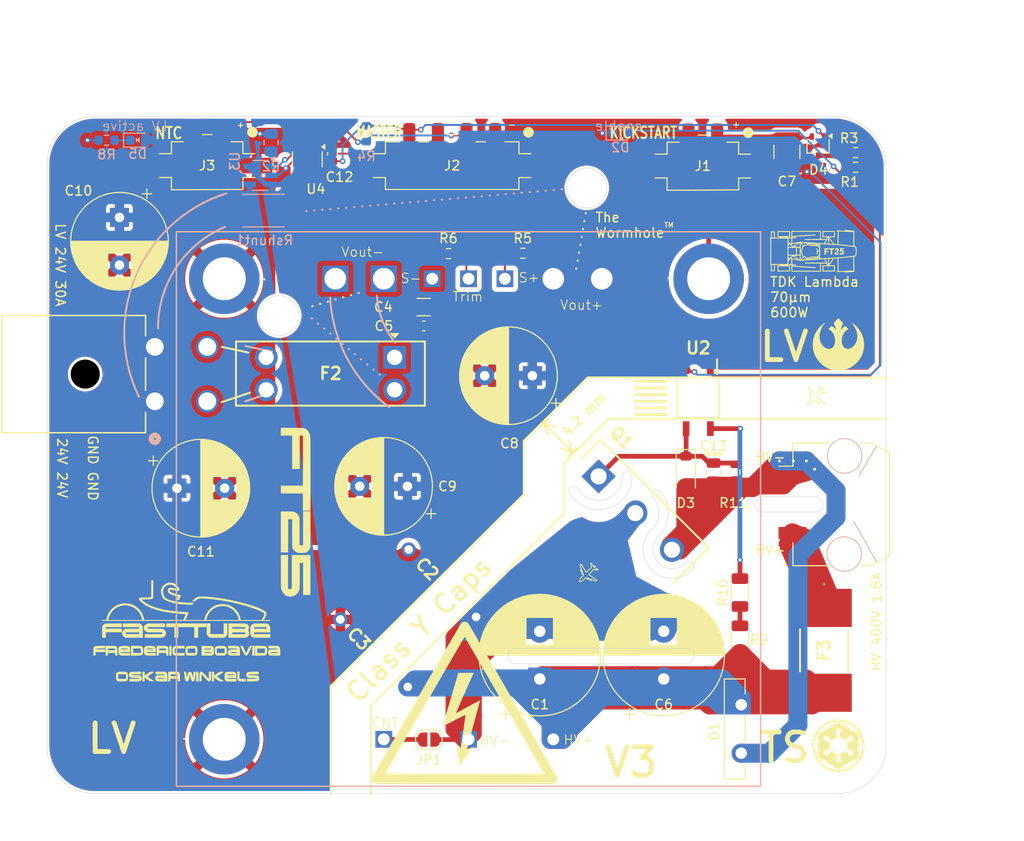
<source format=kicad_pcb>
(kicad_pcb
	(version 20241229)
	(generator "pcbnew")
	(generator_version "9.0")
	(general
		(thickness 1.67)
		(legacy_teardrops no)
	)
	(paper "A4")
	(layers
		(0 "F.Cu" mixed)
		(2 "B.Cu" mixed)
		(9 "F.Adhes" user "F.Adhesive")
		(11 "B.Adhes" user "B.Adhesive")
		(13 "F.Paste" user)
		(15 "B.Paste" user)
		(5 "F.SilkS" user "F.Silkscreen")
		(7 "B.SilkS" user "B.Silkscreen")
		(1 "F.Mask" user)
		(3 "B.Mask" user)
		(17 "Dwgs.User" user "User.Drawings")
		(19 "Cmts.User" user "User.Comments")
		(21 "Eco1.User" user "User.Eco1")
		(23 "Eco2.User" user "User.Eco2")
		(25 "Edge.Cuts" user)
		(27 "Margin" user)
		(31 "F.CrtYd" user "F.Courtyard")
		(29 "B.CrtYd" user "B.Courtyard")
		(35 "F.Fab" user)
		(33 "B.Fab" user)
		(39 "User.1" user)
		(41 "User.2" user)
		(43 "User.3" user)
		(45 "User.4" user)
		(47 "User.5" user)
		(49 "User.6" user)
		(51 "User.7" user)
		(53 "User.8" user)
		(55 "User.9" user)
	)
	(setup
		(stackup
			(layer "F.SilkS"
				(type "Top Silk Screen")
			)
			(layer "F.Paste"
				(type "Top Solder Paste")
			)
			(layer "F.Mask"
				(type "Top Solder Mask")
				(thickness 0.01)
			)
			(layer "F.Cu"
				(type "copper")
				(thickness 0.07)
			)
			(layer "dielectric 1"
				(type "core")
				(thickness 1.51)
				(material "FR4")
				(epsilon_r 4.5)
				(loss_tangent 0.02)
			)
			(layer "B.Cu"
				(type "copper")
				(thickness 0.07)
			)
			(layer "B.Mask"
				(type "Bottom Solder Mask")
				(thickness 0.01)
			)
			(layer "B.Paste"
				(type "Bottom Solder Paste")
			)
			(layer "B.SilkS"
				(type "Bottom Silk Screen")
			)
			(copper_finish "None")
			(dielectric_constraints no)
		)
		(pad_to_mask_clearance 0)
		(allow_soldermask_bridges_in_footprints no)
		(tenting front back)
		(grid_origin 154.6 131.4)
		(pcbplotparams
			(layerselection 0x00000000_00000000_55555555_5755f5ff)
			(plot_on_all_layers_selection 0x00000000_00000000_00000000_00000000)
			(disableapertmacros no)
			(usegerberextensions no)
			(usegerberattributes yes)
			(usegerberadvancedattributes yes)
			(creategerberjobfile no)
			(dashed_line_dash_ratio 12.000000)
			(dashed_line_gap_ratio 3.000000)
			(svgprecision 4)
			(plotframeref no)
			(mode 1)
			(useauxorigin yes)
			(hpglpennumber 1)
			(hpglpenspeed 20)
			(hpglpendiameter 15.000000)
			(pdf_front_fp_property_popups yes)
			(pdf_back_fp_property_popups yes)
			(pdf_metadata yes)
			(pdf_single_document no)
			(dxfpolygonmode yes)
			(dxfimperialunits yes)
			(dxfusepcbnewfont yes)
			(psnegative no)
			(psa4output no)
			(plot_black_and_white yes)
			(plotinvisibletext no)
			(sketchpadsonfab no)
			(plotpadnumbers no)
			(hidednponfab no)
			(sketchdnponfab yes)
			(crossoutdnponfab yes)
			(subtractmaskfromsilk yes)
			(outputformat 1)
			(mirror no)
			(drillshape 0)
			(scaleselection 1)
			(outputdirectory "gerber/")
		)
	)
	(net 0 "")
	(net 1 "/-VIN")
	(net 2 "GND")
	(net 3 "Net-(D4-Pad3)")
	(net 4 "/+VIN")
	(net 5 "+3V3")
	(net 6 "/LV+")
	(net 7 "/3V_buttoncell")
	(net 8 "/TEMP_TSDCDC")
	(net 9 "/HV-in")
	(net 10 "/LV_I_measure")
	(net 11 "/I_meas_weak")
	(net 12 "Net-(U1-+S)")
	(net 13 "Net-(D2-A)")
	(net 14 "Net-(D5-K)")
	(net 15 "/Vout+")
	(net 16 "Net-(R3-Pad2)")
	(net 17 "Net-(U1-TRM)")
	(net 18 "/HV+in")
	(net 19 "/Enable_G")
	(net 20 "/Enable_Opto")
	(net 21 "Net-(JP1-A)")
	(net 22 "Net-(R10-Pad1)")
	(net 23 "/Vout-")
	(footprint "Capacitor_SMD:C_1210_3225Metric" (layer "F.Cu") (at 177.6 64.721001 -90))
	(footprint "Resistor_SMD:R_0603_1608Metric" (layer "F.Cu") (at 184.8 64.8))
	(footprint "footprints:airplane" (layer "F.Cu") (at 156.66 108.97 135))
	(footprint "Capacitor_SMD:C_0805_2012Metric" (layer "F.Cu") (at 169.91 98.309999 -90))
	(footprint "footprints:VY1471M29Y5UC63V0" (layer "F.Cu") (at 130.766058 113.762876 -45))
	(footprint "footprints:rebellion" (layer "F.Cu") (at 183 84.9))
	(footprint "FaSTTUBe_connectors:Micro_Mate-N-Lok_2p_vertical" (layer "F.Cu") (at 168.783 66.21))
	(footprint "Capacitor_THT:CP_Radial_D12.5mm_P5.00mm" (layer "F.Cu") (at 151.679369 120.000968 90))
	(footprint "Capacitor_THT:CP_Radial_D10.0mm_P5.00mm" (layer "F.Cu") (at 107.6 71.6 -90))
	(footprint "footprints:9775031360R" (layer "F.Cu") (at 118.59 78.03 180))
	(footprint "LOGO"
		(layer "F.Cu")
		(uuid "36ea3436-548e-4414-bac1-a7348850c228")
		(at 180.33 75.14)
		(property "Reference" "G***"
			(at 0 0 0)
			(layer "F.SilkS")
			(hide yes)
			(uuid "f973503b-fa37-47d9-b20f-d30676bb0e6c")
			(effects
				(font
					(size 1.5 1.5)
					(thickness 0.3)
				)
			)
		)
		(property "Value" "LOGO"
			(at 0.75 0 0)
			(layer "F.SilkS")
			(hide yes)
			(uuid "6387be7f-2b16-465c-8f89-140f5aa812b4")
			(effects
				(font
					(size 1.5 1.5)
					(thickness 0.3)
				)
			)
		)
		(property "Datasheet" ""
			(at 0 0 0)
			(layer "F.Fab")
			(hide yes)
			(uuid "41393a24-4ba8-4af2-84c5-5556a5cd9241")
			(effects
				(font
					(size 1.27 1.27)
					(thickness 0.15)
				)
			)
		)
		(property "Description" ""
			(at 0 0 0)
			(layer "F.Fab")
			(hide yes)
			(uuid "47d9374d-4d87-4be0-875b-3451ee135b5f")
			(effects
				(font
					(size 1.27 1.27)
					(thickness 0.15)
				)
			)
		)
		(attr board_only exclude_from_pos_files exclude_from_bom)
		(fp_poly
			(pts
				(xy 2.210106 -0.240934) (xy 2.210106 -0.176067) (xy 2.115122 -0.176067) (xy 2.020138 -0.176067)
				(xy 2.020138 0.088034) (xy 2.020138 0.352134) (xy 1.948322 0.352134) (xy 1.876505 0.352134) (xy 1.876505 0.088034)
				(xy 1.876505 -0.176067) (xy 1.781521 -0.176067) (xy 1.686538 -0.176067) (xy 1.686538 -0.240935)
				(xy 1.686537 -0.305801) (xy 1.948322 -0.305801) (xy 2.210106 -0.305801)
			)
			(stroke
				(width 0)
				(type solid)
			)
			(fill yes)
			(layer "F.SilkS")
			(uuid "7df8e5e8-4ee8-444f-be4a-2fc6df64b466")
		)
		(fp_poly
			(pts
				(xy 1.644837 -0.238617) (xy 1.644837 -0.171435) (xy 1.49657 -0.171434) (xy 1.348303 -0.171434) (xy 1.348303 -0.10425)
				(xy 1.348303 -0.037067) (xy 1.484987 -0.037067) (xy 1.621671 -0.037067) (xy 1.621671 0.030116) (xy 1.621671 0.0973)
				(xy 1.484987 0.0973) (xy 1.348303 0.0973) (xy 1.348303 0.224717) (xy 1.348303 0.352134) (xy 1.27417 0.352134)
				(xy 1.200036 0.352134) (xy 1.200036 0.023167) (xy 1.200037 -0.305801) (xy 1.422437 -0.305801) (xy 1.644836 -0.305801)
			)
			(stroke
				(width 0)
				(type solid)
			)
			(fill yes)
			(layer "F.SilkS")
			(uuid "79488fa3-17fb-4e16-b5f3-2b64540a352f")
		)
		(fp_poly
			(pts
				(xy 2.532179 -0.312678) (xy 2.576155 -0.304473) (xy 2.614922 -0.2894) (xy 2.648 -0.267744) (xy 2.67491 -0.239793)
				(xy 2.695172 -0.205832) (xy 2.704208 -0.181813) (xy 2.708716 -0.159076) (xy 2.7108 -0.130942) (xy 2.71048 -0.100955)
				(xy 2.707773 -0.072656) (xy 2.703574 -0.052464) (xy 2.698715 -0.037255) (xy 2.692926 -0.02316) (xy 2.685517 -0.009402)
				(xy 2.675798 0.004797) (xy 2.663078 0.020215) (xy 2.646666 0.037632) (xy 2.625872 0.057823) (xy 2.600005 0.081568)
				(xy 2.568374 0.109644) (xy 2.53029 0.142829) (xy 2.529931 0.14314) (xy 2.430439 0.229351) (xy 2.575106 0.230575)
				(xy 2.719774 0.231799) (xy 2.719774 0.291967) (xy 2.719774 0.352134) (xy 2.490308 0.352134) (xy 2.260843 0.352134)
				(xy 2.262116 0.277056) (xy 2.263389 0.201979) (xy 2.356056 0.119177) (xy 2.402943 0.077122) (xy 2.443117 0.04073)
				(xy 2.476929 0.009665) (xy 2.504727 -0.016408) (xy 2.526863 -0.037827) (xy 2.543685 -0.054929) (xy 2.555544 -0.06805)
				(xy 2.562789 -0.077524) (xy 2.565176 -0.081851) (xy 2.5716 -0.10729) (xy 2.569746 -0.130812) (xy 2.56056 -0.15134)
				(xy 2.544994 -0.167801) (xy 2.523994 -0.179121) (xy 2.49851 -0.184225) (xy 2.475724 -0.18314) (xy 2.452963 -0.175273)
				(xy 2.433454 -0.159912) (xy 2.418912 -0.1387) (xy 2.413064 -0.123046) (xy 2.407173 -0.101018) (xy 2.367714 -0.103927)
				(xy 2.344598 -0.10571) (xy 2.320508 -0.107692) (xy 2.30031 -0.109471) (xy 2.298702 -0.109622) (xy 2.269145 -0.112408)
				(xy 2.272093 -0.14061) (xy 2.280459 -0.177948) (xy 2.296913 -0.213524) (xy 2.320278 -0.245457) (xy 2.349375 -0.271863)
				(xy 2.357833 -0.277654) (xy 2.388158 -0.29404) (xy 2.420755 -0.305158) (xy 2.458064 -0.31171) (xy 2.483473 -0.313727)
			)
			(stroke
				(width 0)
				(type solid)
			)
			(fill yes)
			(layer "F.SilkS")
			(uuid "c06ae400-d6b0-4739-b2a0-6d35249e5efc")
		)
		(fp_poly
			(pts
				(xy 3.243342 -0.245567) (xy 3.243342 -0.185334) (xy 3.111291 -0.185334) (xy 2.979241 -0.185333)
				(xy 2.979241 -0.135525) (xy 2.979241 -0.085718) (xy 3.035999 -0.085703) (xy 3.075658 -0.084189)
				(xy 3.108746 -0.079239) (xy 3.137528 -0.070212) (xy 3.16427 -0.05647) (xy 3.181956 -0.044466) (xy 3.203555 -0.026318)
				(xy 3.221029 -0.006004) (xy 3.236416 0.019128) (xy 3.246178 0.039116) (xy 3.254238 0.063529) (xy 3.259574 0.09369)
				(xy 3.261941 0.126422) (xy 3.261098 0.158544) (xy 3.257324 0.184609) (xy 3.244399 0.223685) (xy 3.224208 0.260227)
				(xy 3.198098 0.292412) (xy 3.167418 0.318418) (xy 3.150847 0.328502) (xy 3.111135 0.345164) (xy 3.066727 0.356095)
				(xy 3.020478 0.360938) (xy 2.975243 0.359334) (xy 2.945754 0.354196) (xy 2.903627 0.339619) (xy 2.867264 0.317857)
				(xy 2.836999 0.289211) (xy 2.813163 0.253981) (xy 2.79881 0.220868) (xy 2.79432 0.207035) (xy 2.791744 0.197519)
				(xy 2.791552 0.194601) (xy 2.796444 0.193609) (xy 2.808775 0.190877) (xy 2.826961 0.186759) (xy 2.849416 0.181613)
				(xy 2.863407 0.178384) (xy 2.887539 0.172819) (xy 2.908262 0.168078) (xy 2.924002 0.164518) (xy 2.933186 0.162495)
				(xy 2.934883 0.162167) (xy 2.937199 0.166065) (xy 2.941475 0.175947) (xy 2.943919 0.182163) (xy 2.957618 0.206359)
				(xy 2.976856 0.224378) (xy 2.999977 0.235881) (xy 3.025322 0.240528) (xy 3.051235 0.23798) (xy 3.076057 0.227898)
				(xy 3.095075 0.213134) (xy 3.111612 0.190456) (xy 3.120769 0.164235) (xy 3.12262 0.136431) (xy 3.117245 0.108995)
				(xy 3.10472 0.083886) (xy 3.089275 0.066498) (xy 3.070671 0.05315) (xy 3.049056 0.043822) (xy 3.022749 0.038071)
				(xy 2.990066 0.035457) (xy 2.969974 0.03519) (xy 2.940708 0.035905) (xy 2.915232 0.038169) (xy 2.889963 0.042519)
				(xy 2.861313 0.04949) (xy 2.845988 0.053732) (xy 2.835519 0.056704) (xy 2.838042 -0.086323) (xy 2.838768 -0.123978)
				(xy 2.83959 -0.160526) (xy 2.840463 -0.194417) (xy 2.841344 -0.224098) (xy 2.842188 -0.248021) (xy 2.842954 -0.264633)
				(xy 2.843135 -0.267576) (xy 2.845706 -0.305801) (xy 3.044525 -0.305801) (xy 3.243342 -0.305801)
			)
			(stroke
				(width 0)
				(type solid)
			)
			(fill yes)
			(layer "F.SilkS")
			(uuid "5a963cb9-9510-4127-9f96-127e7c222fca")
		)
		(fp_poly
			(pts
				(xy 3.38727 -2.232811) (xy 3.40086 -2.231479) (xy 3.422092 -2.229358) (xy 3.450178 -2.22653) (xy 3.484329 -2.223073)
				(xy 3.523759 -2.219069) (xy 3.567678 -2.214599) (xy 3.615297 -2.209743) (xy 3.66583 -2.204582) (xy 3.718489 -2.199197)
				(xy 3.772484 -2.193667) (xy 3.827029 -2.188075) (xy 3.881335 -2.182501) (xy 3.934614 -2.177024)
				(xy 3.986077 -2.171727) (xy 4.034939 -2.166689) (xy 4.080407 -2.161992) (xy 4.121698 -2.157716)
				(xy 4.158021 -2.153941) (xy 4.188587 -2.150748) (xy 4.200017 -2.149547) (xy 4.234253 -2.145885)
				(xy 4.265408 -2.142435) (xy 4.292316 -2.139335) (xy 4.31381 -2.136726) (xy 4.328722 -2.134745) (xy 4.335885 -2.133532)
				(xy 4.336334 -2.133359) (xy 4.336533 -2.128574) (xy 4.336655 -2.115023) (xy 4.336705 -2.093209)
				(xy 4.336684 -2.063633) (xy 4.336595 -2.026795) (xy 4.33644 -1.983198) (xy 4.336223 -1.933343) (xy 4.335944 -1.877731)
				(xy 4.335608 -1.816864) (xy 4.335216 -1.751243) (xy 4.33477 -1.681369) (xy 4.334273 -1.607743) (xy 4.333728 -1.530869)
				(xy 4.333136 -1.451244) (xy 4.332871 -1.416624) (xy 4.332241 -1.334602) (xy 4.331634 -1.254271)
				(xy 4.33105 -1.176204) (xy 4.330496 -1.10097) (xy 4.329976 -1.029142) (xy 4.329492 -0.961291) (xy 4.329052 -0.897987)
				(xy 4.328655 -0.839801) (xy 4.328308 -0.787305) (xy 4.328013 -0.741071) (xy 4.327776 -0.701668)
				(xy 4.327599 -0.669669) (xy 4.327487 -0.645643) (xy 4.327444 -0.630164) (xy 4.327444 -0.627586)
				(xy 4.327545 -0.55322) (xy 4.37377 -0.54809) (xy 4.419996 -0.542959) (xy 4.484971 -0.483626) (xy 4.505281 -0.464833)
				(xy 4.522986 -0.44798) (xy 4.537024 -0.434118) (xy 4.546333 -0.424295) (xy 4.54985 -0.419562) (xy 4.549855 -0.419489)
				(xy 4.550293 -0.414027) (xy 4.551582 -0.400285) (xy 4.55363 -0.379199) (xy 4.556344 -0.351708) (xy 4.55963 -0.31875)
				(xy 4.563396 -0.281261) (xy 4.567548 -0.240179) (xy 4.571355 -0.202709) (xy 4.592945 0.009267) (xy 4.571355 0.221242)
				(xy 4.566945 0.264663) (xy 4.562841 0.305296) (xy 4.559137 0.342206) (xy 4.555926 0.374453) (xy 4.553301 0.401102)
				(xy 4.551353 0.421213) (xy 4.550178 0.433849) (xy 4.549855 0.438022) (xy 4.546612 0.442512) (xy 4.537531 0.452137)
				(xy 4.523674 0.465847) (xy 4.506105 0.482593) (xy 4.485885 0.501324) (xy 4.484971 0.50216) (xy 4.419997 0.561493)
				(xy 4.373769 0.566623) (xy 4.327545 0.571753) (xy 4.327444 0.646119) (xy 4.327469 0.65926) (xy 4.327563 0.681097)
				(xy 4.327723 0.711058) (xy 4.327945 0.748571) (xy 4.328225 0.793067) (xy 4.328559 0.843974) (xy 4.328943 0.90072)
				(xy 4.329373 0.962734) (xy 4.329846 1.029446) (xy 4.330356 1.100286) (xy 4.330901 1.17468) (xy 4.331477 1.252059)
				(xy 4.332079 1.33185) (xy 4.332704 1.413485) (xy 4.332871 1.435157) (xy 4.333481 1.5158) (xy 4.334047 1.593906)
				(xy 4.334564 1.668978) (xy 4.335032 1.740512) (xy 4.335447 1.808006) (xy 4.335808 1.870958) (xy 4.336111 1.928869)
				(xy 4.336355 1.981237) (xy 4.336537 2.02756) (xy 4.336653 2.067337) (xy 4.336704 2.100067) (xy 4.336685 2.125248)
				(xy 4.336594 2.142379) (xy 4.336429 2.150958) (xy 4.336335 2.151893) (xy 4.331377 2.152884) (xy 4.318367 2.15468)
				(xy 4.298472 2.157138) (xy 4.272859 2.160123) (xy 4.242694 2.163495) (xy 4.209148 2.167117) (xy 4.200017 2.168082)
				(xy 4.172233 2.170992) (xy 4.138346 2.174521) (xy 4.099146 2.178586) (xy 4.055419 2.183108) (xy 4.007954 2.188005)
				(xy 3.957539 2.193199) (xy 3.904962 2.198607) (xy 3.851011 2.204148) (xy 3.796475 2.209742) (xy 3.742141 2.215309)
				(xy 3.688796 2.220768) (xy 3.63723 2.226037) (xy 3.588231 2.231037) (xy 3.542586 2.235687) (xy 3.501083 2.239906)
				(xy 3.464512 2.243614) (xy 3.433658 2.246729) (xy 3.409312 2.249172) (xy 3.39226 2.250859) (xy 3.383291 2.251715)
				(xy 3.382109 2.251806) (xy 3.380255 2.247528) (xy 3.378178 2.23608) (xy 3.376217 2.219545) (xy 3.37545 2.210835)
				(xy 3.3736 2.191763) (xy 3.371439 2.175942) (xy 3.369333 2.165869) (xy 3.368582 2.163999) (xy 3.368194 2.163123)
				(xy 3.367841 2.162336) (xy 3.367055 2.161657) (xy 3.365358 2.161104) (xy 3.362276 2.160697) (xy 3.357337 2.160453)
				(xy 3.350069 2.160392) (xy 3.339994 2.160532) (xy 3.32664 2.16089) (xy 3.309536 2.161487) (xy 3.288204 2.162341)
				(xy 3.26217 2.16347) (xy 3.230964 2.164892) (xy 3.19411 2.166627) (xy 3.151135 2.168692) (xy 3.101565 2.171107)
				(xy 3.044926 2.17389) (xy 2.980744 2.177059) (xy 2.908545 2.180634) (xy 2.827857 2.184632) (xy 2.773776 2.187311)
				(xy 2.723126 2.189773) (xy 2.675244 2.19201) (xy 2.630927 2.19399) (xy 2.590972 2.195683) (xy 2.556177 2.197057)
				(xy 2.52734 2.198081) (xy 2.505257 2.198724) (xy 2.490727 2.198954) (xy 2.484548 2.198738) (xy 2.484397 2.198675)
				(xy 2.482972 2.193086) (xy 2.4815 2.180449) (xy 2.480208 2.162975) (xy 2.479683 2.152716) (xy 2.477796 2.109587)
				(xy 2.502643 2.106603) (xy 2.520245 2.105084) (xy 2.542271 2.103995) (xy 2.563398 2.103579) (xy 2.599307 2.103539)
				(xy 2.599205 2.03983) (xy 2.599136 2.026958) (xy 2.59896 2.005475) (xy 2.598682 1.976034) (xy 2.598313 1.939289)
				(xy 2.597857 1.895895) (xy 2.597323 1.846507) (xy 2.596718 1.791777) (xy 2.596049 1.732363) (xy 2.595323 1.668916)
				(xy 2.594547 1.602089) (xy 2.593729 1.53254) (xy 2.592876 1.460921) (xy 2.592357 1.417804) (xy 2.591488 1.345622)
				(xy 2.590651 1.275356) (xy 2.589851 1.207638) (xy 2.589097 1.143098) (xy 2.588395 1.08237) (xy 2.587752 1.026085)
				(xy 2.587175 0.974875) (xy 2.586672 0.929372) (xy 2.58625 0.890208) (xy 2.585916 0.858015) (xy 2.585677 0.833425)
				(xy 2.585539 0.817069) (xy 2.585508 0.811266) (xy 2.585407 0.763045) (xy 2.477681 0.76615) (xy 2.420738 0.767807)
				(xy 2.372367 0.769264) (xy 2.331872 0.770562) (xy 2.298559 0.771745) (xy 2.271738 0.772854) (xy 2.250712 0.773931)
				(xy 2.234789 0.775018) (xy 2.223275 0.776158) (xy 2.215478 0.777392) (xy 2.210703 0.778764) (xy 2.208257 0.780313)
				(xy 2.207447 0.782084) (xy 2.207419 0.782564) (xy 2.204733 0.787317) (xy 2.196946 0.798996) (xy 2.184444 0.817061)
				(xy 2.167617 0.84097) (xy 2.146849 0.870183) (xy 2.122527 0.90416) (xy 2.09504 0.94236) (xy 2.064773 0.984242)
				(xy 2.032115 1.029266) (xy 1.99745 1.07689) (xy 1.961168 1.126575) (xy 1.960005 1.128165) (xy 1.923623 1.177986)
				(xy 1.888809 1.225823) (xy 1.855956 1.271128) (xy 1.825453 1.313354) (xy 1.797694 1.351955) (xy 1.773068 1.386383)
				(xy 1.751966 1.416092) (xy 1.734781 1.440534) (xy 1.721903 1.459162) (xy 1.713724 1.47143) (xy 1.710635 1.47679)
				(xy 1.710627 1.476824) (xy 1.708624 1.487304) (xy 2.003382 1.487304) (xy 2.298139 1.487304) (xy 2.298144 1.583446)
				(xy 2.298213 1.608384) (xy 2.298406 1.641116) (xy 2.29871 1.680174) (xy 2.299111 1.724089) (xy 2.299595 1.771389)
				(xy 2.300147 1.820606) (xy 2.300755 1.870268) (xy 2.301218 1.905463) (xy 2.304286 2.131339) (xy 1.647305 2.131339)
				(xy 0.990323 2.131339) (xy 0.993195 2.113964) (xy 0.993689 2.106417) (xy 0.994158 2.090423) (xy 0.994594 2.066805)
				(xy 0.99496 2.038672) (xy 1.08875 2.038672) (xy 1.647111 2.038672) (xy 2.205472 2.038672) (xy 2.205472 1.809321)
				(xy 2.205472 1.579971) (xy 1.656421 1.579199) (xy 1.585739 1.579096) (xy 1.517565 1.578991) (xy 1.452484 1.578885)
				(xy 1.391074 1.578779) (xy 1.333918 1.578675) (xy 1.281595 1.578571) (xy 1.234689 1.578472) (xy 1.193778 1.578378)
				(xy 1.159447 1.57829) (xy 1.132272 1.578209) (xy 1.112838 1.578137) (xy 1.101725 1.578074) (xy 1.099261 1.57804)
				(xy 1.097423 1.578408) (xy 1.095875 1.580202) (xy 1.094589 1.584173) (xy 1.093535 1.591074) (xy 1.092682 1.601656)
				(xy 1.091999 1.61667) (xy 1.091456 1.636869) (xy 1.091023 1.663004) (xy 1.090669 1.695827) (xy 1.090364 1.736087)
				(xy 1.090077 1.784539) (xy 1.089951 1.808163) (xy 1.08875 2.038672) (xy 0.99496 2.038672) (xy 0.99499 2.036382)
				(xy 0.995338 1.999975) (xy 0.995631 1.958404) (xy 0.995862 1.912492) (xy 0.996024 1.863057) (xy 0.996108 1.810921)
				(xy 0.996118 1.78963) (xy 0.996169 1.482671) (xy 1.242123 1.482671) (xy 1.291787 1.482595) (xy 1.337431 1.482378)
				(xy 1.378334 1.48203) (xy 1.413769 1.481564) (xy 1.443013 1.480992) (xy 1.465339 1.480327) (xy 1.480024 1.47958)
				(xy 1.486341 1.478764) (xy 1.486531 1.478558) (xy 1.484152 1.47334) (xy 1.478357 1.461039) (xy 1.469747 1.442919)
				(xy 1.458926 1.420247) (xy 1.446495 1.394288) (xy 1.441011 1.382862) (xy 1.397037 1.291279) (xy 1.283478 1.294298)
				(xy 1.249685 1.295057) (xy 1.208904 1.295746) (xy 1.163413 1.296342) (xy 1.11549 1.296818) (xy 1.067413 1.297151)
				(xy 1.021462 1.297314) (xy 1.006594 1.297327) (xy 0.843269 1.297337) (xy 0.843269 1.721288) (xy 0.843269 2.145239)
				(xy -0.708148 2.145239) (xy -2.259563 2.145239) (xy -2.262634 1.935978) (xy -2.263315 1.886185)
				(xy -2.263944 1.833688) (xy -2.264503 1.780411) (xy -2.264976 1.728276) (xy -2.265345 1.679207)
				(xy -2.265592 1.635127) (xy -2.265702 1.59796) (xy -2.265706 1.590794) (xy -2.265739 1.55167) (xy -2.265876 1.520834)
				(xy -2.266173 1.497306) (xy -2.266692 1.480108) (xy -2.26749 1.46826) (xy -2.268626 1.460783) (xy -2.270157 1.456697)
				(xy -2.272141 1.455025) (xy -2.273814 1.454766) (xy -2.280294 1.454537) (xy -2.294854 1.453935)
				(xy -2.316319 1.453013) (xy -2.343512 1.451821) (xy -2.37526 1.450411) (xy -2.410382 1.448834) (xy -2.43019 1.447939)
				(xy -2.468142 1.446262) (xy -2.504686 1.44473) (xy -2.538371 1.443397) (xy -2.567745 1.442318) (xy -2.591357 1.441547)
				(xy -2.607758 1.441142) (xy -2.612049 1.441093) (xy -2.64564 1.44097) (xy -2.64564 1.468771) (xy -2.645639 1.496571)
				(xy -2.525331 1.496571) (xy -2.405021 1.496571) (xy -2.403705 1.805846) (xy -2.403515 1.858546)
				(xy -2.403401 1.908502) (xy -2.40336 1.954946) (xy -2.40339 1.997109) (xy -2.403489 2.034222) (xy -2.403653 2.065515)
				(xy -2.403881 2.090221) (xy -2.404171 2.107569) (xy -2.404518 2.116791) (xy -2.404706 2.118106)
				(xy -2.409529 2.11848) (xy -2.423095 2.118886) (xy -2.44488 2.119321) (xy -2.474362 2.119778) (xy -2.511016 2.120253)
				(xy -2.554319 2.12074) (xy -2.603749 2.121235) (xy -2.658781 2.121732) (xy -2.718891 2.122227) (xy -2.783558 2.122715)
				(xy -2.852257 2.12319) (xy -2.924462 2.123648) (xy -2.999654 2.124083) (xy -3.0638 2.124423) (xy -3.720577 2.127757)
				(xy -3.720577 1.81448) (xy -3.720577 1.593871) (xy -3.62791 1.593871) (xy -3.62791 1.814711) (xy -3.62791 2.03555)
				(xy -3.411698 2.032478) (xy -3.369215 2.031948) (xy -3.31891 2.031448) (xy -3.262228 2.030984) (xy -3.200615 2.030565)
				(xy -3.135516 2.030198) (xy -3.068375 2.029891) (xy -3.000637 2.029653) (xy -2.933749 2.02949) (xy -2.869154 2.029412)
				(xy -2.846385 2.029405) (xy -2.497283 2.029405) (xy -2.498486 1.81048) (xy -2.49969 1.591554) (xy -2.537915 1.591676)
				(xy -2.547579 1.591701) (xy -2.565869 1.591743) (xy -2.592146 1.591801) (xy -2.62577 1.591872) (xy -2.666099 1.591957)
				(xy -2.712496 1.592053) (xy -2.764319 1.592159) (xy -2.820929 1.592274) (xy -2.881685 1.592396)
				(xy -2.945948 1.592525) (xy -3.013077 1.592659) (xy -3.082432 1.592796) (xy -3.102025 1.592834)
				(xy -3.62791 1.593871) (xy -3.720577 1.593871) (xy -3.720577 1.501204) (xy -3.654551 1.501183) (xy -3.624666 1.500936)
				(xy -3.592334 1.500279) (xy -3.561481 1.499312) (xy -3.536401 1.498158) (xy -3.484276 1.495155)
				(xy -3.484276 1.468063) (xy -3.484276 1.44097) (xy -3.740716 1.44097) (xy -3.997156 1.44097) (xy -4.000524 1.764101)
				(xy -4.001097 1.817922) (xy -4.001663 1.868962) (xy -4.002214 1.916476) (xy -4.002738 1.959718)
				(xy -4.003227 1.997942) (xy -4.00367 2.030405) (xy -4.004058 2.056359) (xy -4.004382 2.07506) (xy -4.004631 2.085762)
				(xy -4.004755 2.088096) (xy -4.009616 2.088576) (xy -4.02259 2.089168) (xy -4.042528 2.089847) (xy -4.068278 2.090589)
				(xy -4.098689 2.091373) (xy -4.132609 2.092176) (xy -4.168888 2.092974) (xy -4.206373 2.093745)
				(xy -4.243913 2.094466) (xy -4.28036 2.095114) (xy -4.314559 2.095667) (xy -4.34536 2.096101) (xy -4.371612 2.096393)
				(xy -4.392163 2.096521) (xy -4.405862 2.096463) (xy -4.411559 2.096194) (xy -4.41163 2.096166) (xy -4.412287 2.091243)
				(xy -4.412909 2.077802) (xy -4.413489 2.056593) (xy -4.414016 2.028365) (xy -4.414482 1.993867)
				(xy -4.414878 1.953848) (xy -4.415193 1.909058) (xy -4.415422 1.860246) (xy -4.415551 1.808161)
				(xy -4.415578 1.769665) (xy -4.415578 1.445919) (xy -4.322912 1.44592) (xy -4.322911 1.632667) (xy -4.32283 1.677998)
				(xy -4.322597 1.724363) (xy -4.322233 1.770035) (xy -4.321755 1.813286) (xy -4.321184 1.852391)
				(xy -4.320538 1.885623) (xy -4.319861 1.910511) (xy -4.31681 2.001605) (xy -4.27237 2.001588) (xy -4.250095 2.001348)
				(xy -4.222113 2.000707) (xy -4.191967 1.999762) (xy -4.163205 1.99861) (xy -4.162654 1.998585) (xy -4.09738 1.995599)
				(xy -4.094329 1.722449) (xy -4.093807 1.672987) (xy -4.093375 1.626306) (xy -4.093037 1.583227)
				(xy -4.092796 1.544568) (xy -4.092653 1.51115) (xy -4.092615 1.483793) (xy -4.092685 1.463316) (xy -4.092866 1.450539)
				(xy -4.09313 1.446294) (xy -4.09808 1.445515) (xy -4.111021 1.444917) (xy -4.130668 1.444519) (xy -4.155749 1.444338)
				(xy -4.184984 1.444394) (xy -4.208947 1.444604) (xy -4.322912 1.44592) (xy -4.415578 1.445919) (xy -4.415578 1.445604)
				(xy -4.44609 1.445604) (xy -4.476601 1.445603) (xy -4.472918 1.340195) (xy -4.472551 1.32484) (xy -4.472203 1.300703)
				(xy -4.471875 1.268271) (xy -4.471567 1.22803) (xy -4.471279 1.180464) (xy -4.47101 1.126058) (xy -4.470761 1.065302)
				(xy -4.470532 0.998677) (xy -4.470323 0.92667) (xy -4.470132 0.849767) (xy -4.469964 0.768454) (xy -4.469814 0.683216)
				(xy -4.469683 0.594538) (xy -4.469572 0.502907) (xy -4.469482 0.408808) (xy -4.469412 0.312726)
				(xy -4.469361 0.215146) (xy -4.469329 0.116557) (xy -4.469318 0.017441) (xy -4.469319 0.009267)
				(xy -4.376195 0.009267) (xy -4.376195 1.348304) (xy -3.921735 1.348303) (xy -3.84542 1.348265) (xy -3.763054 1.348156)
				(xy -3.676284 1.347978) (xy -3.586755 1.34774) (xy -3.496112 1.347448) (xy -3.4755 1.34737) (xy -2.566874 1.347369)
				(xy -2.510115 1.350271) (xy -2.485398 1.351507) (xy -2.454562 1.353009) (xy -2.420743 1.354622)
				(xy -2.387079 1.356201) (xy -2.369956 1.35699) (xy -2.342439 1.358262) (xy -2.317591 1.359435) (xy -2.297116 1.360426)
				(xy -2.28272 1.361153) (xy -2.27648 1.361507) (xy -2.266404 1.362204) (xy -2.268995 1.099261) (xy -2.269489 1.050816)
				(xy -2.269988 1.005216) (xy -2.270479 0.963292) (xy -2.270952 0.925869) (xy -2.271395 0.893779)
				(xy -2.271407 0.893007) (xy -2.176597 0.893007) (xy -2.176496 0.920555) (xy -2.176287 0.953996)
				(xy -2.175973 0.992488) (xy -2.175561 1.035186) (xy -2.175055 1.081248) (xy -2.174701 1.110891)
				(xy -2.17154 1.365972) (xy -2.129432 1.368977) (xy -2.067771 1.373609) (xy -2.010185 1.378392) (xy -1.957281 1.383255)
				(xy -1.909674 1.388125) (xy -1.867971 1.39293) (xy -1.832783 1.397595) (xy -1.80472 1.40205) (xy -1.784393 1.406223)
				(xy -1.772412 1.410037) (xy -1.769774 1.411753) (xy -1.769529 1.417538) (xy -1.771735 1.42998) (xy -1.775956 1.446925)
				(xy -1.778921 1.457187) (xy -1.785239 1.477077) (xy -1.790133 1.489488) (xy -1.794401 1.495928)
				(xy -1.798845 1.497914) (xy -1.800426 1.497857) (xy -1.808153 1.49683) (xy -1.823059 1.494741) (xy -1.843149 1.491874)
				(xy -1.866434 1.488511) (xy -1.871871 1.48772) (xy -1.897523 1.484335) (xy -1.929466 1.480654) (xy -1.964746 1.476986)
				(xy -2.000406 1.473642) (xy -2.027089 1.471419) (xy -2.057452 1.46905) (xy -2.086497 1.466764) (xy -2.112259 1.464717)
				(xy -2.132778 1.463064) (xy -2.146087 1.461962) (xy -2.146397 1.461935) (xy -2.173039 1.459646)
				(xy -2.173039 1.489692) (xy -2.172691 1.506113) (xy -2.171285 1.515262) (xy -2.168279 1.519122)
				(xy -2.164797 1.519737) (xy -2.158723 1.520031) (xy -2.144281 1.520874) (xy -2.12235 1.522213) (xy -2.093809 1.52399)
				(xy -2.059538 1.526152) (xy -2.020415 1.528643) (xy -1.977319 1.531407) (xy -1.93113 1.534389) (xy -1.906488 1.535988)
				(xy -1.854929 1.539338) (xy -1.80268 1.542728) (xy -1.751135 1.546071) (xy -1.701688 1.549275) (xy -1.655732 1.55225)
				(xy -1.614661 1.554907) (xy -1.579869 1.557154) (xy -1.552749 1.558901) (xy -1.549854 1.559087)
				(xy -1.519396 1.561047) (xy -1.481663 1.56348) (xy -1.438624 1.566258) (xy -1.392251 1.569254) (xy -1.344516 1.57234)
				(xy -1.297389 1.575391) (xy -1.264903 1.577495) (xy -1.217015 1.580596) (xy -1.16498 1.583963) (xy -1.111213 1.587439)
				(xy -1.058137 1.590868) (xy -1.008165 1.594093) (xy -0.963719 1.596959) (xy -0.942887 1.598301)
				(xy -0.897305 1.601236) (xy -0.845716 1.60456) (xy -0.791355 1.608063) (xy -0.737462 1.611537) (xy -0.687275 1.614773)
				(xy -0.655619 1.616816) (xy -0.610848 1.619703) (xy -0.559926 1.622982) (xy -0.505948 1.626455)
				(xy -0.452011 1.629924) (xy -0.401211 1.633186) (xy -0.363718 1.635592) (xy -0.328419 1.637861)
				(xy -0.285555 1.640625) (xy -0.236806 1.643776) (xy -0.183852 1.647202) (xy -0.128376 1.650799)
				(xy -0.072057 1.654455) (xy -0.016577 1.658062) (xy 0.031407 1.661186) (xy 0.078504 1.664246) (xy 0.122931 1.667115)
				(xy 0.163807 1.669738) (xy 0.200251 1.672059) (xy 0.231381 1.674022) (xy 0.256316 1.675572) (xy 0.274174 1.676652)
				(xy 0.284073 1.677206) (xy 0.285714 1.677271) (xy 0.289145 1.678355) (xy 0.291125 1.682707) (xy 0.291847 1.691981)
				(xy 0.291504 1.70783) (xy 0.290854 1.721421) (xy 0.289553 1.740799) (xy 0.287959 1.756543) (xy 0.286321 1.766454)
				(xy 0.285478 1.768637) (xy 0.280651 1.768608) (xy 0.266958 1.768) (xy 0.24478 1.766836) (xy 0.214499 1.765141)
				(xy 0.176497 1.762937) (xy 0.131153 1.76025) (xy 0.078851 1.757101) (xy 0.019972 1.753516) (xy -0.045106 1.749517)
				(xy -0.115998 1.745128) (xy -0.192324 1.740372) (xy -0.273703 1.735274) (xy -0.359753 1.729857)
				(xy -0.450093 1.724144) (xy -0.544342 1.718159) (xy -0.642118 1.711925) (xy -0.743041 1.705468)
				(xy -0.846728 1.698808) (xy -0.944155 1.692531) (xy -1.050013 1.6857) (xy -1.153439 1.679031) (xy -1.254052 1.67255)
				(xy -1.351472 1.666279) (xy -1.445319 1.660243) (xy -1.535212 1.654466) (xy -1.620772 1.648974)
				(xy -1.701618 1.643789) (xy -1.77737 1.638936) (xy -1.847648 1.634441) (xy -1.912071 1.630326) (xy -1.97026 1.626617)
				(xy -2.021834 1.623337) (xy -2.066412 1.620512) (xy -2.103615 1.618164) (xy -2.133063 1.61632) (xy -2.154375 1.615002)
				(xy -2.167171 1.614236) (xy -2.171095 1.614039) (xy -2.171128 1.618662) (xy -2.171074 1.631645)
				(xy -2.170943 1.652082) (xy -2.170742 1.679067) (xy -2.170476 1.711694) (xy -2.170155 1.749057)
				(xy -2.169782 1.790249) (xy -2.169374 1.833647) (xy -2.167282 2.052572) (xy -0.707684 2.052572)
				(xy 0.751913 2.052572) (xy 0.748501 1.676113) (xy 0.747965 1.617934) (xy 0.747438 1.562492) (xy 0.746927 1.510476)
				(xy 0.746439 1.462575) (xy 0.745982 1.419482) (xy 0.745565 1.381879) (xy 0.745193 1.350461) (xy 0.744876 1.325917)
				(xy 0.74462 1.308934) (xy 0.744433 1.300203) (xy 0.74437 1.299146) (xy 0.739738 1.29906) (xy 0.726314 1.298912)
				(xy 0.704572 1.298707) (xy 0.674985 1.29845) (xy 0.63803 1.298141) (xy 0.594179 1.297786) (xy 0.543907 1.297389)
				(xy 0.487688 1.296953) (xy 0.425996 1.296482) (xy 0.359306 1.295979) (xy 0.288092 1.295448) (xy 0.212828 1.294894)
				(xy 0.133988 1.294318) (xy 0.052047 1.293726) (xy -0.032522 1.293121) (xy -0.050967 1.292989) (xy -0.136082 1.292366)
				(xy -0.218697 1.291727) (xy -0.298338 1.291076) (xy -0.374525 1.29042) (xy -0.446785 1.289762) (xy -0.51464 1.289109)
				(xy -0.577615 1.288467) (xy -0.635234 1.287838) (xy -0.687017 1.287229) (xy -0.732492 1.286647)
				(xy -0.771182 1.286094) (xy -0.80261 1.285578) (xy -0.8263 1.285103) (xy -0.841774 1.284674) (xy -0.848559 1.284296)
				(xy -0.848834 1.284224) (xy -0.849966 1.278521) (xy -0.850313 1.265798) (xy -0.849853 1.248265)
				(xy -0.849272 1.23771) (xy -0.84646 1.194313) (xy -0.241371 1.198332) (xy -0.165921 1.198806) (xy -0.087571 1.199245)
				(xy -0.006827 1.199647) (xy 0.075804 1.200015) (xy 0.159817 1.200345) (xy 0.244705 1.200641) (xy 0.329962 1.2009)
				(xy 0.415083 1.201123) (xy 0.49956 1.201308) (xy 0.582888 1.201456) (xy 0.664561 1.201569) (xy 0.744073 1.201645)
				(xy 0.820918 1.20168) (xy 0.894589 1.201678) (xy 0.964581 1.20164) (xy 1.030387 1.201562) (xy 1.091501 1.201446)
				(xy 1.147417 1.20129) (xy 1.19763 1.201096) (xy 1.241632 1.200862) (xy 1.278919 1.200589) (xy 1.308983 1.200276)
				(xy 1.331319 1.199923) (xy 1.34542 1.19953) (xy 1.35078 1.199096) (xy 1.350806 1.199078) (xy 1.349214 1.19475)
				(xy 1.344123 1.183101) (xy 1.336024 1.165174) (xy 1.325408 1.142014) (xy 1.312764 1.114663) (xy 1.298583 1.084164)
				(xy 1.283355 1.051563) (xy 1.26757 1.0179) (xy 1.251718 0.984222) (xy 1.23629 0.951571) (xy 1.221776 0.920988)
				(xy 1.208665 0.893521) (xy 1.197449 0.87021) (xy 1.188618 0.852101) (xy 1.18266 0.840235) (xy 1.180095 0.835685)
				(xy 1.175226 0.835695) (xy 1.161554 0.836353) (xy 1.139522 0.83763) (xy 1.10957 0.839495) (xy 1.07214 0.84192)
				(xy 1.027672 0.844876) (xy 0.976607 0.848331) (xy 0.919386 0.852257) (xy 0.85645 0.856627) (xy 0.788239 0.861409)
				(xy 0.715194 0.866573) (xy 0.685735 0.868667) (xy 0.663095 0.870269) (xy 0.632355 0.872428) (xy 0.594658 0.875065)
				(xy 0.551149 0.8781) (xy 0.502971 0.881454) (xy 0.451269 0.885047) (xy 0.397186 0.888799) (xy 0.341867 0.89263)
				(xy 0.286456 0.896461) (xy 0.284951 0.896566) (xy 0.176937 0.90403) (xy 0.077696 0.910891) (xy -0.013246 0.917182)
				(xy -0.09636 0.922935) (xy -0.172119 0.928184) (xy -0.240997 0.932962) (xy -0.303464 0.9373) (xy -0.359995 0.941234)
				(xy -0.411061 0.944794) (xy -0.457135 0.948013) (xy -0.49869 0.950924) (xy -0.536198 0.953561) (xy -0.549051 0.954467)
				(xy -0.578891 0.956562) (xy -0.616558 0.95919) (xy -0.660642 0.962254) (xy -0.709728 0.965655) (xy -0.7624 0.969296)
				(xy -0.817245 0.973079) (xy -0.872847 0.976906) (xy -0.927792 0.980679) (xy -0.949836 0.98219) (xy -1.01286 0.986511)
				(xy -1.067275 0.990257) (xy -1.113708 0.993486) (xy -1.152795 0.996259) (xy -1.185167 0.998635)
				(xy -1.211458 1.000672) (xy -1.232301 1.002429) (xy -1.248327 1.003966) (xy -1.26017 1.005342) (xy -1.268462 1.006617)
				(xy -1.273837 1.007848) (xy -1.276926 1.009095) (xy -1.278363 1.010417) (xy -1.27878 1.011874) (xy -1.278804 1.012926)
				(xy -1.282603 1.018344) (xy -1.286912 1.019325) (xy -1.292531 1.018476) (xy -1.306619 1.016012)
				(xy -1.328539 1.012051) (xy -1.357656 1.006711) (xy -1.393335 1.000111) (xy -1.434941 0.992369)
				(xy -1.481838 0.983603) (xy -1.533392 0.973932) (xy -1.588967 0.963474) (xy -1.647926 0.952347)
				(xy -1.709637 0.94067) (xy -1.734781 0.935903) (xy -1.797241 0.924076) (xy -1.857088 0.912784) (xy -1.913699 0.902139)
				(xy -1.953465 0.894691) (xy -1.182718 0.894691) (xy -1.181463 0.896526) (xy -1.178384 0.896375)
				(xy -1.172445 0.895435) (xy -1.157826 0.893191) (xy -1.135011 0.889716) (xy -1.104486 0.885085)
				(xy -1.066734 0.879368) (xy -1.022239 0.87264) (xy -0.971486 0.864975) (xy -0.914959 0.856444) (xy -0.853143 0.847121)
				(xy -0.786521 0.837079) (xy -0.736248 0.829506) (xy 1.283437 0.829506) (xy 1.285371 0.83409) (xy 1.290948 0.846313)
				(xy 1.299823 0.865444) (xy 1.311656 0.890755) (xy 1.326103 0.921518) (xy 1.342822 0.957002) (xy 1.361471 0.99648)
				(xy 1.381708 1.039222) (xy 1.403189 1.0845) (xy 1.404312 1.086863) (xy 1.426648 1.133895) (xy 1.448401 1.179705)
				(xy 1.46914 1.223387) (xy 1.488433 1.264033) (xy 1.50585 1.300734) (xy 1.52096 1.332582) (xy 1.53333 1.358667)
				(xy 1.542531 1.378082) (xy 1.547623 1.388845) (xy 1.556963 1.407744) (xy 1.565324 1.423077) (xy 1.571732 1.433155)
				(xy 1.575015 1.436337) (xy 1.580188 1.435472) (xy 1.580479 1.435179) (xy 1.580745 1.430338) (xy 1.581201 1.417174)
				(xy 1.581825 1.396605) (xy 1.582595 1.369556) (xy 1.58344 1.338627) (xy 1.677952 1.338627) (xy 1.678207 1.349718)
				(xy 1.678783 1.352937) (xy 1.681828 1.348916) (xy 1.689917 1.337994) (xy 1.702623 1.320751) (xy 1.719521 1.297767)
				(xy 1.740185 1.269622) (xy 1.764191 1.236896) (xy 1.791111 1.200169) (xy 1.820521 1.160021) (xy 1.851995 1.117032)
				(xy 1.885108 1.071782) (xy 1.889579 1.065669) (xy 1.9228 1.020219) (xy 1.954356 0.976973) (xy 1.983829 0.936509)
				(xy 2.010802 0.899402) (xy 2.034857 0.866229) (xy 2.055579 0.837567) (xy 2.072549 0.813991) (xy 2.085351 0.796077)
				(xy 2.093565 0.784403) (xy 2.096777 0.779544) (xy 2.096803 0.77944) (xy 2.092053 0.779288) (xy 2.079195 0.779455)
				(xy 2.059383 0.779902) (xy 2.033769 0.780591) (xy 2.003504 0.78148) (xy 1.969743 0.782532) (xy 1.933637 0.783705)
				(xy 1.896338 0.784961) (xy 1.859 0.786261) (xy 1.822775 0.787565) (xy 1.788815 0.788832) (xy 1.758272 0.790024)
				(xy 1.7323 0.791103) (xy 1.712051 0.792025) (xy 1.698677 0.792754) (xy 1.693331 0.79325) (xy 1.693288 0.793274)
				(xy 1.692863 0.798069) (xy 1.692256 0.811168) (xy 1.691498 0.83161) (xy 1.690619 0.858433) (xy 1.68965 0.890677)
				(xy 1.688622 0.92738) (xy 1.687565 0.967583) (xy 1.686964 0.991606) (xy 1.685818 1.037429) (xy 1.684622 1.083742)
				(xy 1.683421 1.128973) (xy 1.682258 1.171551) (xy 1.681174 1.209907) (xy 1.680215 1.242468) (xy 1.67942 1.267665)
				(xy 1.679281 1.271853) (xy 1.678498 1.298287) (xy 1.678052 1.321014) (xy 1.677952 1.338627) (xy 1.58344 1.338627)
				(xy 1.583486 1.336946) (xy 1.584477 1.299698) (xy 1.585544 1.258732) (xy 1.586665 1.214971) (xy 1.587817 1.169336)
				(xy 1.588978 1.122747) (xy 1.590124 1.076128) (xy 1.591233 1.030398) (xy 1.592282 0.98648) (xy 1.593248 0.945295)
				(xy 1.594108 0.907765) (xy 1.594839 0.874811) (xy 1.59542 0.847353) (xy 1.595825 0.826315) (xy 1.596035 0.812617)
				(xy 1.596025 0.807181) (xy 1.596013 0.807129) (xy 1.591202 0.806917) (xy 1.578503 0.807354) (xy 1.559214 0.808346)
				(xy 1.534635 0.809802) (xy 1.506062 0.811628) (xy 1.474798 0.813732) (xy 1.442139 0.816019) (xy 1.409386 0.818398)
				(xy 1.377836 0.820775) (xy 1.348789 0.823057) (xy 1.323544 0.825151) (xy 1.303399 0.826965) (xy 1.289654 0.828405)
				(xy 1.283607 0.829379) (xy 1.283437 0.829506) (xy -0.736248 0.829506) (xy -0.715578 0.826391) (xy -0.714841 0.82628)
				(xy -0.081856 0.82628) (xy -0.08122 0.829034) (xy -0.078767 0.829369) (xy -0.074953 0.827674) (xy -0.075678 0.82628)
				(xy -0.081177 0.825725) (xy -0.081856 0.82628) (xy -0.714841 0.82628) (xy -0.698092 0.823757) (xy -0.055333 0.823758)
				(xy -0.054628 0.823962) (xy -0.053461 0.824142) (xy -0.053284 0.824173) (xy -0.048025 0.823996)
				(xy -0.034245 0.823225) (xy -0.012669 0.821909) (xy 0.01598 0.820095) (xy 0.050977 0.817829) (xy 0.0916 0.81516)
				(xy 0.137123 0.812133) (xy 0.186823 0.808798) (xy 0.239976 0.8052) (xy 0.295858 0.801388) (xy 0.301167 0.801024)
				(xy 0.35717 0.797173) (xy 0.410437 0.793485) (xy 0.460255 0.790012) (xy 0.505907 0.786803) (xy 0.546678 0.783911)
				(xy 0.581854 0.781386) (xy 0.610719 0.779279) (xy 0.632557 0.777641) (xy 0.646656 0.776524) (xy 0.652295 0.775979)
				(xy 0.652368 0.775957) (xy 0.652881 0.771144) (xy 0.652861 0.75965) (xy 0.652367 0.745275) (xy 0.650985 0.715685)
				(xy 0.308117 0.767524) (xy 0.241453 0.777602) (xy 0.18337 0.786385) (xy 0.13329 0.793962) (xy 0.090632 0.800424)
				(xy 0.054816 0.805864) (xy 0.025264 0.81037) (xy 0.001391 0.814035) (xy -0.017378 0.816949) (xy -0.031626 0.819203)
				(xy -0.041931 0.820888) (xy -0.048874 0.822095) (xy -0.053036 0.822915) (xy -0.054995 0.823439)
				(xy -0.055333 0.823758) (xy -0.698092 0.823757) (xy -0.640798 0.815131) (xy -0.562666 0.803369)
				(xy -0.481666 0.791184) (xy -0.398281 0.778643) (xy -0.396152 0.778323) (xy -0.312822 0.765789)
				(xy -0.231929 0.753612) (xy -0.153952 0.741866) (xy -0.07937 0.730622) (xy -0.008663 0.719953) (xy 0.057691 0.709931)
				(xy 0.119212 0.70063) (xy 0.175421 0.692122) (xy 0.225839 0.684478) (xy 0.269988 0.677773) (xy 0.307385 0.672078)
				(xy 0.337554 0.667466) (xy 0.360016 0.664009) (xy 0.37429 0.66178) (xy 0.379898 0.660851) (xy 0.379933 0.660843)
				(xy 0.379681 0.659793) (xy 0.371923 0.658943) (xy 0.361401 0.658553) (xy 0.351224 0.658321) (xy 0.332934 0.657854)
				(xy 0.307679 0.657181) (xy 0.276607 0.656335) (xy 0.24087 0.655346) (xy 0.201615 0.654247) (xy 0.159991 0.653069)
				(xy 0.14595 0.652668) (xy -0.035966 0.647471) (xy 0.463161 0.647471) (xy 0.464457 0.648002) (xy 0.468971 0.6478)
				(xy 0.477786 0.646748) (xy 0.491989 0.644728) (xy 0.51266 0.641622) (xy 0.540888 0.637315) (xy 0.557558 0.634768)
				(xy 0.585496 0.63052) (xy 0.610203 0.626796) (xy 0.630254 0.623808) (xy 0.644228 0.621767) (xy 0.650701 0.620886)
				(xy 0.65095 0.620868) (xy 0.651895 0.616547) (xy 0.652659 0.604829) (xy 0.653155 0.587586) (xy 0.653302 0.569902)
				(xy 0.653116 0.549421) (xy 0.652612 0.532869) (xy 0.651873 0.522117) (xy 0.651112 0.518935) (xy 0.646895 0.521416)
				(xy 0.636334 0.528274) (xy 0.620721 0.538634) (xy 0.601344 0.551622) (xy 0.579495 0.566359) (xy 0.556463 0.58197)
				(xy 0.533539 0.59758) (xy 0.512012 0.612312) (xy 0.493174 0.625292) (xy 0.478313 0.635642) (xy 0.468721 0.642488)
				(xy 0.465883 0.644679) (xy 0.463998 0.646325) (xy 0.463161 0.647471) (xy -0.035966 0.647471) (xy -0.044017 0.647241)
				(xy -0.342868 0.713284) (xy -0.641718 0.779327) (xy -0.79171 0.701927) (xy -0.941701 0.624528) (xy -0.952061 0.63544)
				(xy -0.958763 0.642655) (xy -0.970295 0.655237) (xy -0.985283 0.671674) (xy -1.002345 0.690454)
				(xy -1.010663 0.699635) (xy -1.029669 0.720613) (xy -1.052872 0.746197) (xy -1.078235 0.774147)
				(xy -1.10372 0.802214) (xy -1.125194 0.825849) (xy -1.147108 0.850096) (xy -1.163247 0.868347) (xy -1.174181 0.881358)
				(xy -1.180482 0.889888) (xy -1.182718 0.894691) (xy -1.953465 0.894691) (xy -1.966451 0.892259)
				(xy -2.014719 0.883261) (xy -2.057883 0.875255) (xy -2.095319 0.868362) (xy -2.126404 0.862694)
				(xy -2.150514 0.858368) (xy -2.167027 0.855498) (xy -2.175319 0.854201) (xy -2.1762 0.854152) (xy -2.176454 0.858961)
				(xy -2.176585 0.872194) (xy -2.176597 0.893007) (xy -2.271407 0.893007) (xy -2.271795 0.867849)
				(xy -2.272146 0.848908) (xy -2.272431 0.837785) (xy -2.272596 0.835072) (xy -2.277392 0.833628)
				(xy -2.289081 0.831061) (xy -2.305417 0.827789) (xy -2.324157 0.82423) (xy -2.343055 0.820802) (xy -2.359866 0.817926)
				(xy -2.372344 0.816017) (xy -2.377783 0.815469) (xy -2.382814 0.819107) (xy -2.392881 0.829655)
				(xy -2.407524 0.846565) (xy -2.426279 0.869288) (xy -2.448687 0.897275) (xy -2.474284 0.929976)
				(xy -2.476209 0.932461) (xy -2.566789 1.049453) (xy -2.566831 1.198412) (xy -2.566874 1.347369)
				(xy -3.4755 1.34737) (xy -3.406 1.347107) (xy -3.318066 1.346724) (xy -3.233955 1.346302) (xy -3.155312 1.345851)
				(xy -3.083782 1.345375) (xy -3.063408 1.345223) (xy -2.65954 1.342143) (xy -2.65954 1.193095) (xy -2.659611 1.156856)
				(xy -2.659812 1.123653) (xy -2.660124 1.094605) (xy -2.660532 1.070826) (xy -2.661017 1.053434)
				(xy -2.661562 1.043545) (xy -2.661898 1.041688) (xy -2.662145 1.036887) (xy -2.662378 1.023326)
				(xy -2.662596 1.001515) (xy -2.662801 0.97196) (xy -2.662992 0.935172) (xy -2.663169 0.891656) (xy -2.663333 0.841922)
				(xy -2.663387 0.821797) (xy -2.566931 0.821797) (xy -2.566874 0.839408) (xy -2.566709 0.860783)
				(xy -2.566259 0.878075) (xy -2.565592 0.889598) (xy -2.564775 0.893659) (xy -2.564714 0.89362) (xy -2.561236 0.889331)
				(xy -2.553244 0.879122) (xy -2.541861 0.864434) (xy -2.528206 0.846706) (xy -2.52539 0.843039) (xy -2.488226 0.794619)
				(xy -2.517125 0.789043) (xy -2.537582 0.785026) (xy -2.55152 0.783122) (xy -2.560182 0.78459) (xy -2.56481 0.790688)
				(xy -2.566646 0.80267) (xy -2.566931 0.821797) (xy -2.663387 0.821797) (xy -2.663482 0.786477) (xy -2.663609 0.729562)
				(xy -2.298883 0.729562) (xy -2.297915 0.732277) (xy -2.293989 0.733811) (xy -2.293506 0.733928)
				(xy -2.287109 0.735232) (xy -2.272369 0.738108) (xy -2.250048 0.742409) (xy -2.220911 0.747991)
				(xy -2.185719 0.754708) (xy -2.145236 0.762415) (xy -2.100225 0.770966) (xy -2.051449 0.780215)
				(xy -1.999671 0.790016) (xy -1.962222 0.797097) (xy -1.907812 0.807388) (xy -1.855122 0.817375)
				(xy -1.805011 0.826891) (xy -1.75834 0.835776) (xy -1.715968 0.843863) (xy -1.678754 0.850987) (xy -1.647558 0.856987)
				(xy -1.623239 0.861696) (xy -1.606655 0.864951) (xy -1.60082 0.866128) (xy -1.578228 0.87078) (xy -1.563695 0.873557)
				(xy -1.556196 0.874421) (xy -1.55471 0.873335) (xy -1.558213 0.87026) (xy -1.565681 0.865158) (xy -1.566154 0.86484)
				(xy -1.572816 0.860528) (xy -1.586621 0.851735) (xy -1.606862 0.838906) (xy -1.632833 0.822486)
				(xy -1.663829 0.802921) (xy -1.699143 0.780656) (xy -1.73807 0.756138) (xy -1.779903 0.729811) (xy -1.823937 0.702122)
				(xy -1.838454 0.692997) (xy -2.094621 0.532016) (xy -2.152576 0.586868) (xy -2.176489 0.609499)
				(xy -2.202621 0.634227) (xy -2.228311 0.658535) (xy -2.250897 0.679904) (xy -2.25781 0.686443) (xy -2.276358 0.704107)
				(xy -2.288874 0.7165) (xy -2.296125 0.724644) (xy -2.298883 0.729562) (xy -2.663609 0.729562) (xy -2.663617 0.72583)
				(xy -2.663693 0.68487) (xy -2.571673 0.68487) (xy -2.540314 0.690127) (xy -2.519302 0.69366) (xy -2.49457 0.697834)
				(xy -2.47189 0.701674) (xy -2.453075 0.704574) (xy -2.436731 0.706572) (xy -2.425863 0.707313) (xy -2.424555 0.707275)
				(xy -2.418158 0.703798) (xy -2.405527 0.693951) (xy -2.386929 0.677972) (xy -2.36263 0.656097) (xy -2.332897 0.62856)
				(xy -2.297994 0.595599) (xy -2.29112 0.589048) (xy -2.263177 0.562299) (xy -2.237544 0.537598) (xy -2.214949 0.515664)
				(xy -2.208715 0.509553) (xy -1.950607 0.509553) (xy -1.9468 0.512291) (xy -1.935888 0.519472) (xy -1.918621 0.530621)
				(xy -1.89575 0.545269) (xy -1.868026 0.56294) (xy -1.8362 0.583162) (xy -1.801021 0.605462) (xy -1.763241 0.629367)
				(xy -1.723609 0.654404) (xy -1.682877 0.6801) (xy -1.641795 0.705983) (xy -1.601114 0.731579) (xy -1.561583 0.756416)
				(xy -1.523955 0.780021) (xy -1.488978 0.801921) (xy -1.457405 0.821641) (xy -1.429984 0.838711)
				(xy -1.407468 0.852657) (xy -1.390606 0.863005) (xy -1.380149 0.869285) (xy -1.376851 0.871069)
				(xy -1.376472 0.866591) (xy -1.376257 0.853775) (xy -1.376205 0.833549) (xy -1.376307 0.806839)
				(xy -1.376558 0.774573) (xy -1.376955 0.737678) (xy -1.377492 0.697081) (xy -1.377998 0.663817)
				(xy -1.378705 0.620969) (xy -1.379398 0.581082) (xy -1.38006 0.545089) (xy -1.380671 0.51392) (xy -1.381212 0.488508)
				(xy -1.381664 0.469782) (xy -1.382011 0.458676) (xy -1.382191 0.455901) (xy -1.386851 0.456086)
				(xy -1.398951 0.457069) (xy -1.416719 0.458694) (xy -1.438379 0.460807) (xy -1.44097 0.461066) (xy -1.457491 0.462673)
				(xy -1.48203 0.464986) (xy -1.513376 0.467892) (xy -1.550318 0.471282) (xy -1.591642 0.475044) (xy -1.636139 0.479068)
				(xy -1.682595 0.483242) (xy -1.724763 0.487008) (xy -1.769444 0.491035) (xy -1.811188 0.49489) (xy -1.849114 0.498486)
				(xy -1.882336 0.501734) (xy -1.909972 0.504545) (xy -1.93114 0.506833) (xy -1.944954 0.508509) (xy -1.950533 0.509483)
				(xy -1.950607 0.509553) (xy -2.208715 0.509553) (xy -2.196125 0.497211) (xy -2.1818 0.482955) (xy -2.172706 0.473613)
				(xy -2.169573 0.469902) (xy -2.169584 0.469879) (xy -2.174411 0.469525) (xy -2.187548 0.469178)
				(xy -2.208039 0.468848) (xy -2.234926 0.468543) (xy -2.26725 0.468275) (xy -2.304057 0.468053) (xy -2.344389 0.467886)
				(xy -2.370201 0.467817) (xy -2.56919 0.467385) (xy -2.570431 0.576127) (xy -2.571673 0.68487) (xy -2.663693 0.68487)
				(xy -2.663738 0.660488) (xy -2.663846 0.59096) (xy -2.66394 0.517753) (xy -2.66402 0.441375) (xy -2.664086 0.362335)
				(xy -2.664138 0.28114) (xy -2.664175 0.198299) (xy -2.6642 0.114319) (xy -2.66421 0.029708) (xy -2.664207 -0.055024)
				(xy -2.664189 -0.139372) (xy -2.664158 -0.222825) (xy -2.664113 -0.304878) (xy -2.664079 -0.350676)
				(xy -2.571507 -0.350675) (xy -2.571507 0.009953) (xy -2.571507 0.370583) (xy -2.336365 0.371827)
				(xy -2.283394 0.372113) (xy -2.227372 0.372428) (xy -2.170154 0.372758) (xy -2.1136 0.373095) (xy -2.059564 0.373425)
				(xy -2.009905 0.373739) (xy -1.96648 0.374025) (xy -1.943035 0.374186) (xy -1.784851 0.375301) (xy -1.781479 0.285374)
				(xy -1.780911 0.265127) (xy -1.780452 0.238243) (xy -1.780098 0.20563) (xy -1.779843 0.168198) (xy -1.779684 0.126856)
				(xy -1.779616 0.082512) (xy -1.779634 0.036074) (xy -1.77969 0.009267) (xy -1.686538 0.009267) (xy -1.686538 0.3753)
				(xy -1.606613 0.375163) (xy -1.573414 0.374667) (xy -1.536917 0.373396) (xy -1.500872 0.371526)
				(xy -1.469022 0.369229) (xy -1.459504 0.368351) (xy -1.435295 0.365969) (xy -1.414257 0.363943)
				(xy -1.398169 0.362441) (xy -1.388809 0.361631) (xy -1.387351 0.361539) (xy -1.386326 0.358071)
				(xy -1.385428 0.347555) (xy -1.384654 0.329734) (xy -1.384 0.30435) (xy -1.383461 0.271147) (xy -1.383036 0.229865)
				(xy -1.38272 0.180248) (xy -1.382509 0.122039) (xy -1.382399 0.054979) (xy -1.382385 0.018838) (xy -1.286957 0.018837)
				(xy -1.286947 0.094028) (xy -1.286884 0.168831) (xy -1.286771 0.242676) (xy -1.286609 0.314991)
				(xy -1.286398 0.385207) (xy -1.28614 0.452752) (xy -1.285835 0.517055) (xy -1.285488 0.577547) (xy -1.285097 0.633656)
				(xy -1.284662 0.684811) (xy -1.284186 0.730441) (xy -1.283671 0.769976) (xy -1.283117 0.802846)
				(xy -1.282525 0.828479) (xy -1.281897 0.846304) (xy -1.281234 0.855751) (xy -1.28085 0.857169) (xy -1.27761 0.853858)
				(xy -1.268878 0.844447) (xy -1.255369 0.829718) (xy -1.237797 0.810454) (xy -1.216877 0.787438)
				(xy -1.193321 0.761451) (xy -1.171985 0.73786) (xy -1.145814 0.708926) (xy -1.120848 0.681378) (xy -1.09796 0.65618)
				(xy -1.078025 0.63429) (xy -1.061919 0.616671) (xy -1.050516 0.604284) (xy -1.045723 0.599159) (xy -1.027261 0.579766)
				(xy -1.066709 0.560202) (xy -1.106158 0.540637) (xy -1.155745 0.389627) (xy -1.169744 0.347011)
				(xy -1.184856 0.301041) (xy -1.20031 0.254053) (xy -1.215338 0.208385) (xy -1.229172 0.166372) (xy -1.241043 0.130349)
				(xy -1.243157 0.123942) (xy -1.280981 0.009267) (xy -1.181919 0.009267) (xy -1.105356 0.242092)
				(xy -1.028794 0.474918) (xy -0.828306 0.57788) (xy -0.788293 0.598318) (xy -0.750658 0.617325) (xy -0.716228 0.6345)
				(xy -0.685826 0.649443) (xy -0.66028 0.661749) (xy -0.640412 0.671021) (xy -0.627048 0.676855) (xy -0.621014 0.678849)
				(xy -0.620868 0.67883) (xy -0.615222 0.677504) (xy -0.601316 0.67437) (xy -0.579943 0.669601) (xy -0.551894 0.663374)
				(xy -0.517962 0.655863) (xy -0.478939 0.647245) (xy -0.435616 0.637694) (xy -0.388787 0.627386)
				(xy -0.339242 0.616495) (xy -0.331284 0.614748) (xy -0.04865 0.552678) (xy 0.141317 0.558648) (xy 0.184285 0.559974)
				(xy 0.225962 0.561214) (xy 0.265073 0.562334) (xy 0.300345 0.563298) (xy 0.330503 0.564073) (xy 0.354274 0.564623)
				(xy 0.370385 0.564915) (xy 0.373136 0.564944) (xy 0.414988 0.565268) (xy 0.532987 0.484806) (xy 0.650985 0.404343)
				(xy 0.650819 0.378239) (xy 0.650747 0.367149) (xy 0.650622 0.348161) (xy 0.650453 0.322645) (xy 0.650249 0.291969)
				(xy 0.65002 0.257506) (xy 0.649773 0.22062) (xy 0.649661 0.203867) (xy 0.649048 0.11239) (xy 0.74401 0.11239)
				(xy 0.744036 0.183306) (xy 0.744117 0.252672) (xy 0.744255 0.319886) (xy 0.74445 0.384347) (xy 0.744705 0.445455)
				(xy 0.745018 0.502607) (xy 0.745393 0.555205) (xy 0.745828 0.602644) (xy 0.746327 0.644328) (xy 0.746888 0.679652)
				(xy 0.747513 0.708017) (xy 0.748204 0.728822) (xy 0.748901 0.740802) (xy 0.751473 0.770385) (xy 0.782313 0.767729)
				(xy 0.791641 0.767011) (xy 0.809464 0.765722) (xy 0.835033 0.763916) (xy 0.867597 0.761642) (xy 0.871885 0.761345)
				(xy 2.679697 0.761345) (xy 2.679715 0.774654) (xy 2.679829 0.795967) (xy 2.680031 0.824652) (xy 2.680315 0.860078)
				(xy 2.680674 0.901614) (xy 2.681101 0.948628) (xy 2.68159 1.000489) (xy 2.682134 1.056567) (xy 2.682725 1.116229)
				(xy 2.683358 1.178844) (xy 2.684025 1.243782) (xy 2.68472 1.310411) (xy 2.685436 1.378099) (xy 2.686165 1.446217)
				(xy 2.686902 1.51413) (xy 2.68764 1.58121) (xy 2.688371 1.646824) (xy 2.689089 1.710341) (xy 2.689788 1.771132)
				(xy 2.69046 1.828563) (xy 2.691098 1.882004) (xy 2.691697 1.930822) (xy 2.692248 1.974388) (xy 2.692746 2.01207)
				(xy 2.693184 2.043236) (xy 2.693554 2.067256) (xy 2.69385 2.083496) (xy 2.694065 2.09133) (xy 2.694116 2.091956)
				(xy 2.699164 2.094214) (xy 2.711424 2.095302) (xy 2.727283 2.095108) (xy 2.735419 2.094717) (xy 2.752293 2.093896)
				(xy 2.777385 2.092669) (xy 2.810179 2.091063) (xy 2.850155 2.089102) (xy 2.896796 2.086812) (xy 2.949582 2.084219)
				(xy 3.007997 2.081348) (xy 3.071521 2.078225) (xy 3.139637 2.074875) (xy 3.211827 2.071323) (xy 3.287571 2.067595)
				(xy 3.366352 2.063717) (xy 3.447652 2.059714) (xy 3.499847 2.057143) (xy 3.581895 2.053093) (xy 3.661406 2.049152)
				(xy 3.737889 2.045344) (xy 3.810854 2.041695) (xy 3.87981 2.03823) (xy 3.944268 2.034975) (xy 4.003735 2.031953)
				(xy 4.057722 2.02919) (xy 4.105739 2.026712) (xy 4.147295 2.024542) (xy 4.1819 2.022708) (xy 4.209061 2.021232)
				(xy 4.22829 2.020141) (xy 4.239096 2.019459) (xy 4.241386 2.01924) (xy 4.241524 2.014405) (xy 4.241573 2.000921)
				(xy 4.241538 1.979398) (xy 4.241425 1.950443) (xy 4.24124 1.914669) (xy 4.240987 1.872682) (xy 4.240672 1.825094)
				(xy 4.2403 1.772513) (xy 4.239877 1.715549) (xy 4.239409 1.654811) (xy 4.238899 1.590909) (xy 4.238357 1.524453)
				(xy 4.237784 1.456051) (xy 4.237186 1.386313) (xy 4.236569 1.315848) (xy 4.235942 1.245266) (xy 4.235303 1.175177)
				(xy 4.234662 1.10619) (xy 4.234026 1.038915) (xy 4.233398 0.973958) (xy 4.232784 0.911933) (xy 4.232187 0.853447)
				(xy 4.231615 0.799111) (xy 4.231074 0.749533) (xy 4.230568 0.705322) (xy 4.230102 0.667089) (xy 4.229683 0.635444)
				(xy 4.229315 0.610993) (xy 4.229004 0.594349) (xy 4.228755 0.586119) (xy 4.228675 0.585321) (xy 4.223996 0.585655)
				(xy 4.210689 0.586955) (xy 4.189334 0.589158) (xy 4.160513 0.592198) (xy 4.124806 0.596013) (xy 4.082794 0.600536)
				(xy 4.035057 0.605705) (xy 3.982176 0.611455) (xy 3.924734 0.617721) (xy 3.863309 0.62444) (xy 3.798484 0.631549)
				(xy 3.730838 0.63898) (xy 3.660952 0.64667) (xy 3.589408 0.654558) (xy 3.516786 0.662576) (xy 3.443667 0.67066)
				(xy 3.370632 0.678748) (xy 3.298262 0.686774) (xy 3.227137 0.694674) (xy 3.157838 0.702384) (xy 3.090948 0.709839)
				(xy 3.027043 0.716976) (xy 2.966708 0.723731) (xy 2.910522 0.730038) (xy 2.859067 0.735834) (xy 2.812923 0.741054)
				(xy 2.772671 0.745633) (xy 2.738891 0.749511) (xy 2.712165 0.752619) (xy 2.693074 0.754894) (xy 2.682197 0.756272)
				(xy 2.679781 0.756671) (xy 2.679697 0.761345) (xy 0.871885 0.761345) (xy 0.906406 0.758954) (xy 0.950707 0.755902)
				(xy 0.999753 0.75254) (xy 1.052792 0.748917) (xy 1.109075 0.745088) (xy 1.167851 0.7411) (xy 1.200036 0.738922)
				(xy 1.259156 0.734889) (xy 1.315691 0.73096) (xy 1.368945 0.727188) (xy 1.418226 0.723625) (xy 1.462841 0.720324)
				(xy 1.502096 0.717337) (xy 1.535298 0.714716) (xy 1.561754 0.712514) (xy 1.580771 0.710784) (xy 1.591655 0.709577)
				(xy 1.594003 0.709122) (xy 1.599713 0.707473) (xy 1.610689 0.705799) (xy 1.627258 0.704086) (xy 1.649748 0.702318)
				(xy 1.678484 0.700479) (xy 1.713794 0.698554) (xy 1.756006 0.696528) (xy 1.805446 0.694385) (xy 1.862442 0.692108)
				(xy 1.927321 0.689683) (xy 2.00041 0.687095) (xy 2.082036 0.684327) (xy 2.172526 0.681365) (xy 2.193889 0.680678)
				(xy 2.629423 0.666718) (xy 3.500427 0.569625) (xy 3.589382 0.5597) (xy 3.675908 0.550028) (xy 3.759552 0.540662)
				(xy 3.83986 0.531652) (xy 3.91638 0.52305) (xy 3.988658 0.514907) (xy 4.056242 0.507275) (xy 4.118679 0.500204)
				(xy 4.175512 0.493747) (xy 4.226293 0.487954) (xy 4.270566 0.482878) (xy 4.307879 0.478569) (xy 4.337779 0.47508)
				(xy 4.359813 0.472459) (xy 4.373525 0.470761) (xy 4.378446 0.470045) (xy 4.384581 0.465986) (xy 4.395679 0.456957)
				(xy 4.410016 0.444408) (xy 4.421995 0.433428) (xy 4.458531 0.399298) (xy 4.478575 0.204283) (xy 4.498618 0.009267)
				(xy 4.478575 -0.185749) (xy 4.458531 -0.380765) (xy 4.421995 -0.414895) (xy 4.40635 -0.429149) (xy 4.392637 -0.440981)
				(xy 4.38258 -0.448942) (xy 4.378445 -0.451511) (xy 4.373191 -0.452271) (xy 4.35918 -0.454002) (xy 4.336864 -0.456652)
				(xy 4.306698 -0.460173) (xy 4.269135 -0.464509) (xy 4.224626 -0.469611) (xy 4.173627 -0.475427)
				(xy 4.116589 -0.481907) (xy 4.053966 -0.488998) (xy 3.986211 -0.49665) (xy 3.913777 -0.50481) (xy 3.837117 -0.513427)
				(xy 3.756684 -0.52245) (xy 3.672932 -0.531828) (xy 3.586314 -0.541509) (xy 3.500427 -0.551091) (xy 2.629423 -0.648184)
				(xy 2.193889 -0.662145) (xy 2.101383 -0.665152) (xy 2.017818 -0.667962) (xy 1.942859 -0.670588)
				(xy 1.876184 -0.673048) (xy 1.817465 -0.675356) (xy 1.766373 -0.677528) (xy 1.722583 -0.679579)
				(xy 1.685767 -0.681525) (xy 1.655596 -0.683382) (xy 1.631745 -0.685164) (xy 1.613886 -0.686888)
				(xy 1.601692 -0.688569) (xy 1.594836 -0.690223) (xy 1.594002 -0.690589) (xy 1.588352 -0.691485)
				(xy 1.574316 -0.692907) (xy 1.552688 -0.694801) (xy 1.524267 -0.697113) (xy 1.489845 -0.699789)
				(xy 1.45022 -0.702774) (xy 1.406186 -0.706014) (xy 1.35854 -0.709454) (xy 1.308077 -0.713041) (xy 1.255593 -0.71672)
				(xy 1.201883 -0.720436) (xy 1.147744 -0.724136) (xy 1.09397 -0.727765) (xy 1.041358 -0.731269) (xy 0.990703 -0.734592)
				(xy 0.942801 -0.737682) (xy 0.898448 -0.740484) (xy 0.858438 -0.742943) (xy 0.823569 -0.745005)
				(xy 0.794635 -0.746616) (xy 0.772431 -0.747721) (xy 0.757756 -0.748267) (xy 0.751402 -0.748197)
				(xy 0.751213 -0.748129) (xy 0.750433 -0.742796) (xy 0.749692 -0.728798) (xy 0.748992 -0.706736)
				(xy 0.748334 -0.677209) (xy 0.747719 -0.64082) (xy 0.747147 -0.59817) (xy 0.746621 -0.549858) (xy 0.746139 -0.496487)
				(xy 0.745704 -0.438656) (xy 0.745317 -0.376968) (xy 0.744978 -0.312024) (xy 0.744687 -0.244422)
				(xy 0.744448 -0.174765) (xy 0.74426 -0.103655) (xy 0.744123 -0.031692) (xy 0.74404 0.040523) (xy 0.74401 0.11239)
				(xy 0.649048 0.11239) (xy 0.648668 0.055601) (xy 0.572218 0.0556) (xy 0.495768 0.0556) (xy 0.495768 0.192284)
				(xy 0.495767 0.328968) (xy 0.448276 0.328969) (xy 0.400785 0.328968) (xy 0.400784 0.009267) (xy 0.400784 -0.310434)
				(xy 0.448276 -0.310434) (xy 0.495768 -0.310434) (xy 0.495768 -0.17375) (xy 0.495768 -0.037067) (xy 0.572218 -0.037067)
				(xy 0.648668 -0.037067) (xy 0.649661 -0.185334) (xy 0.649912 -0.222854) (xy 0.65015 -0.258559) (xy 0.650367 -0.291082)
				(xy 0.650552 -0.319051) (xy 0.650698 -0.341098) (xy 0.650795 -0.355856) (xy 0.650819 -0.359706)
				(xy 0.650985 -0.38581) (xy 0.532987 -0.466272) (xy 0.414988 -0.546735) (xy 0.375453 -0.546467) (xy 0.362163 -0.546268)
				(xy 0.340844 -0.545813) (xy 0.312731 -0.545134) (xy 0.279055 -0.544263) (xy 0.241052 -0.543233)
				(xy 0.199954 -0.542075) (xy 0.156996 -0.540822) (xy 0.141353 -0.540355) (xy -0.053211 -0.534511)
				(xy -0.340515 -0.598173) (xy -0.478106 -0.628662) (xy 0.464951 -0.628662) (xy 0.468141 -0.625775)
				(xy 0.477751 -0.618571) (xy 0.49252 -0.607923) (xy 0.511192 -0.5947) (xy 0.532504 -0.579774) (xy 0.555199 -0.564017)
				(xy 0.578016 -0.548298) (xy 0.599697 -0.53349) (xy 0.61898 -0.520463) (xy 0.63461 -0.510088) (xy 0.645324 -0.503238)
	
... [862552 chars truncated]
</source>
